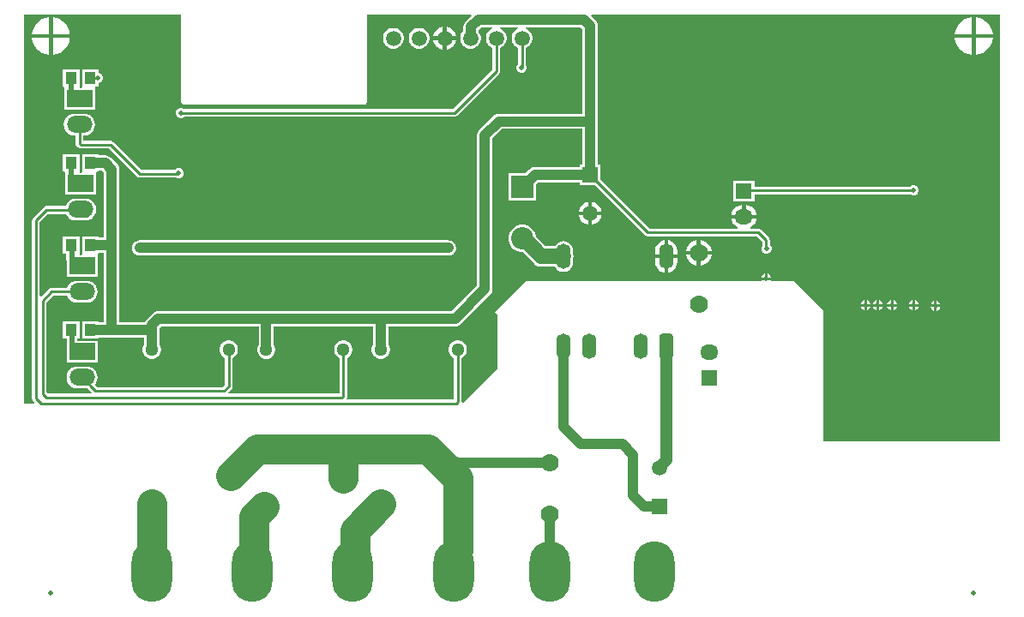
<source format=gbl>
G04*
G04 #@! TF.GenerationSoftware,Altium Limited,Altium Designer,21.2.1 (34)*
G04*
G04 Layer_Physical_Order=2*
G04 Layer_Color=16711680*
%FSTAX24Y24*%
%MOIN*%
G70*
G04*
G04 #@! TF.SameCoordinates,9334BE2B-5F1B-4A57-B983-AC11F37A1BB9*
G04*
G04*
G04 #@! TF.FilePolarity,Positive*
G04*
G01*
G75*
%ADD14C,0.0100*%
%ADD19C,0.0197*%
%ADD26R,0.0449X0.0472*%
%ADD73C,0.0394*%
%ADD74C,0.0591*%
%ADD76C,0.0591*%
%ADD77R,0.0591X0.0591*%
%ADD78O,0.1575X0.2362*%
%ADD79C,0.0700*%
%ADD80C,0.0866*%
%ADD81R,0.0866X0.0866*%
%ADD82O,0.1000X0.0650*%
%ADD83R,0.1000X0.0650*%
%ADD84R,0.0622X0.0591*%
%ADD85O,0.0709X0.0591*%
%ADD86O,0.0551X0.0984*%
G04:AMPARAMS|DCode=87|XSize=98.4mil|YSize=55.1mil|CornerRadius=13.8mil|HoleSize=0mil|Usage=FLASHONLY|Rotation=90.000|XOffset=0mil|YOffset=0mil|HoleType=Round|Shape=RoundedRectangle|*
%AMROUNDEDRECTD87*
21,1,0.0984,0.0276,0,0,90.0*
21,1,0.0709,0.0551,0,0,90.0*
1,1,0.0276,0.0138,0.0354*
1,1,0.0276,0.0138,-0.0354*
1,1,0.0276,-0.0138,-0.0354*
1,1,0.0276,-0.0138,0.0354*
%
%ADD87ROUNDEDRECTD87*%
%ADD88C,0.0598*%
%ADD89O,0.0709X0.0551*%
%ADD90C,0.0512*%
%ADD91C,0.0197*%
%ADD92C,0.0394*%
%ADD93C,0.0472*%
%ADD94C,0.1181*%
G36*
X050577Y04273D02*
X050577Y02712D01*
X04374D01*
X0437Y02716D01*
Y032204D01*
X042564Y03334D01*
X041707D01*
X041679Y033382D01*
X04168Y033385D01*
X041292D01*
X041293Y033382D01*
X041265Y03334D01*
X03214Y03334D01*
X03093Y03213D01*
X03103Y03203D01*
Y02994D01*
X029698Y028608D01*
X029652Y028632D01*
X029653Y028639D01*
Y03036D01*
X029715Y030395D01*
X029781Y030461D01*
X029828Y030543D01*
X029852Y030633D01*
Y030727D01*
X029828Y030817D01*
X029781Y030899D01*
X029715Y030965D01*
X029633Y031012D01*
X029543Y031036D01*
X029449D01*
X029359Y031012D01*
X029278Y030965D01*
X029211Y030899D01*
X029164Y030817D01*
X02914Y030727D01*
Y030633D01*
X029164Y030543D01*
X029211Y030461D01*
X029278Y030395D01*
X029347Y030355D01*
Y028733D01*
X0252D01*
X025173Y028783D01*
X025191Y02881D01*
X025203Y028869D01*
Y03036D01*
X025265Y030395D01*
X025331Y030461D01*
X025378Y030543D01*
X025402Y030633D01*
Y030727D01*
X025378Y030817D01*
X025331Y030899D01*
X025265Y030965D01*
X025183Y031012D01*
X025093Y031036D01*
X024999D01*
X024909Y031012D01*
X024828Y030965D01*
X024761Y030899D01*
X024714Y030817D01*
X02469Y030727D01*
Y030633D01*
X024714Y030543D01*
X024761Y030461D01*
X024828Y030395D01*
X024897Y030355D01*
Y028963D01*
X020595D01*
X020575Y029009D01*
X020704Y029138D01*
X020737Y029188D01*
X020749Y029246D01*
Y030357D01*
X020815Y030395D01*
X020881Y030461D01*
X020928Y030543D01*
X020952Y030633D01*
Y030727D01*
X020928Y030817D01*
X020881Y030899D01*
X020815Y030965D01*
X020733Y031012D01*
X020643Y031036D01*
X020549D01*
X020459Y031012D01*
X020378Y030965D01*
X020311Y030899D01*
X020264Y030817D01*
X02024Y030727D01*
Y030633D01*
X020264Y030543D01*
X020311Y030461D01*
X020378Y030395D01*
X020443Y030357D01*
Y029309D01*
X020357Y029223D01*
X015482D01*
X015388Y029317D01*
X015438Y029382D01*
X015481Y029486D01*
X015495Y029597D01*
X015481Y029708D01*
X015438Y029811D01*
X01537Y0299D01*
X015281Y029968D01*
X015178Y030011D01*
X015067Y030025D01*
X014717D01*
X014606Y030011D01*
X014502Y029968D01*
X014413Y0299D01*
X014345Y029811D01*
X014303Y029708D01*
X014288Y029597D01*
X014303Y029486D01*
X014345Y029382D01*
X014413Y029294D01*
X014502Y029225D01*
X014606Y029183D01*
X014717Y029168D01*
X015067D01*
X015102Y029173D01*
X015107Y029165D01*
X015263Y029009D01*
X015244Y028963D01*
X013572D01*
X013513Y029022D01*
Y032527D01*
X013763Y032777D01*
X014318D01*
X014344Y032716D01*
X014412Y032627D01*
X014501Y032559D01*
X014604Y032516D01*
X014715Y032501D01*
X015065D01*
X015176Y032516D01*
X015279Y032559D01*
X015368Y032627D01*
X015436Y032716D01*
X015479Y032819D01*
X015494Y03293D01*
X015479Y033041D01*
X015436Y033144D01*
X015368Y033233D01*
X015279Y033301D01*
X015176Y033344D01*
X015065Y033359D01*
X014715D01*
X014604Y033344D01*
X014501Y033301D01*
X014412Y033233D01*
X014344Y033144D01*
X014318Y033083D01*
X0137D01*
X013641Y033071D01*
X013592Y033038D01*
X013299Y032745D01*
X013253Y032765D01*
Y035637D01*
X013573Y035957D01*
X014277D01*
X014294Y035916D01*
X014362Y035827D01*
X014451Y035759D01*
X014554Y035716D01*
X014665Y035701D01*
X015015D01*
X015126Y035716D01*
X015164Y035732D01*
X015179Y035735D01*
X015191Y035743D01*
X015229Y035759D01*
X015318Y035827D01*
X015386Y035916D01*
X015429Y036019D01*
X015444Y03613D01*
X015429Y036241D01*
X015386Y036344D01*
X015318Y036433D01*
X015229Y036501D01*
X015126Y036544D01*
X015015Y036559D01*
X014665D01*
X014554Y036544D01*
X014451Y036501D01*
X014362Y036433D01*
X014294Y036344D01*
X01426Y036263D01*
X01351D01*
X013451Y036251D01*
X013402Y036218D01*
X012992Y035808D01*
X012959Y035759D01*
X012947Y0357D01*
Y028779D01*
X012959Y02872D01*
X012992Y02867D01*
X013036Y028626D01*
X013017Y02858D01*
X012653D01*
X012653Y043707D01*
X018737D01*
Y04036D01*
X018749Y040301D01*
X018782Y040252D01*
X018831Y040219D01*
X01889Y040207D01*
X02583D01*
X025889Y040219D01*
X025938Y040252D01*
X025971Y040301D01*
X025983Y04036D01*
Y043707D01*
X030008D01*
X030027Y043661D01*
X029809Y043442D01*
X029761Y04338D01*
X029731Y043308D01*
X029721Y04323D01*
Y043086D01*
X029671Y043035D01*
X029618Y042944D01*
X029591Y042843D01*
Y042737D01*
X029618Y042636D01*
X029671Y042545D01*
X029745Y042471D01*
X029836Y042418D01*
X029937Y042391D01*
X030043D01*
X030144Y042418D01*
X030235Y042471D01*
X030309Y042545D01*
X030362Y042636D01*
X030389Y042737D01*
Y042843D01*
X030362Y042944D01*
X03032Y043017D01*
Y043106D01*
X030427Y043214D01*
X030836D01*
X030842Y043164D01*
X030836Y043162D01*
X030745Y043109D01*
X030671Y043035D01*
X030618Y042944D01*
X030591Y042843D01*
Y042737D01*
X030618Y042636D01*
X030671Y042545D01*
X030745Y042471D01*
X030836Y042418D01*
X030837Y042418D01*
Y041583D01*
X029297Y040043D01*
X018868D01*
X018852Y040058D01*
X018779Y040088D01*
X018701D01*
X018628Y040058D01*
X018572Y040002D01*
X018542Y039929D01*
Y039851D01*
X018572Y039778D01*
X018628Y039722D01*
X018701Y039692D01*
X018779D01*
X018852Y039722D01*
X018868Y039737D01*
X02936D01*
X029419Y039749D01*
X029468Y039782D01*
X031098Y041412D01*
X031131Y041461D01*
X031143Y04152D01*
Y042418D01*
X031144Y042418D01*
X031235Y042471D01*
X031309Y042545D01*
X031362Y042636D01*
X031389Y042737D01*
Y042843D01*
X031362Y042944D01*
X031309Y043035D01*
X031235Y043109D01*
X031144Y043162D01*
X031138Y043164D01*
X031144Y043214D01*
X031836D01*
X031842Y043164D01*
X031836Y043162D01*
X031745Y043109D01*
X031671Y043035D01*
X031618Y042944D01*
X031591Y042843D01*
Y042737D01*
X031618Y042636D01*
X031671Y042545D01*
X031745Y042471D01*
X031835Y042419D01*
Y041775D01*
X031817Y041757D01*
X031787Y041684D01*
Y041606D01*
X031817Y041533D01*
X031873Y041477D01*
X031946Y041447D01*
X032024D01*
X032097Y041477D01*
X032153Y041533D01*
X032183Y041606D01*
Y041684D01*
X032153Y041757D01*
X03214Y04177D01*
Y042417D01*
X032144Y042418D01*
X032235Y042471D01*
X032309Y042545D01*
X032362Y042636D01*
X032389Y042737D01*
Y042843D01*
X032362Y042944D01*
X032309Y043035D01*
X032235Y043109D01*
X032144Y043162D01*
X032138Y043164D01*
X032144Y043214D01*
X034285D01*
X034341Y043158D01*
Y039859D01*
X03109D01*
X031013Y039849D01*
X03094Y039819D01*
X030878Y039772D01*
X030338Y039232D01*
X030291Y03917D01*
X030261Y039097D01*
X030251Y03902D01*
Y033164D01*
X029266Y032179D01*
X01785D01*
X017773Y032169D01*
X01773Y032152D01*
X0177Y032139D01*
X017638Y032092D01*
X017392Y031846D01*
X017345Y031784D01*
X017322Y031729D01*
X016344D01*
Y03473D01*
Y037685D01*
X016334Y037763D01*
X016304Y037835D01*
X016256Y037897D01*
X016012Y038142D01*
X01595Y038189D01*
X015877Y038219D01*
X0158Y038229D01*
X01554D01*
Y038266D01*
X014892D01*
Y037605D01*
X014892Y037594D01*
X014864Y037555D01*
X014816D01*
X014788Y037594D01*
Y038266D01*
X01414D01*
Y037594D01*
X014213D01*
X01424Y037555D01*
Y036705D01*
X01544D01*
Y037544D01*
X01544Y037555D01*
X015467Y037594D01*
X01554D01*
Y037631D01*
X015676D01*
X015745Y037561D01*
Y035029D01*
X01554D01*
Y035066D01*
X014892D01*
Y034405D01*
X014892Y034394D01*
X014864Y034355D01*
X014816D01*
X014788Y034394D01*
Y035066D01*
X01414D01*
Y034394D01*
X014286D01*
Y034157D01*
X01429Y034137D01*
Y033505D01*
X01549D01*
Y034344D01*
X01549Y034355D01*
X015517Y034394D01*
X01554D01*
Y034431D01*
X015745D01*
Y031729D01*
X01554D01*
Y031766D01*
X014892D01*
Y031094D01*
X01554D01*
Y031131D01*
X017305D01*
Y030873D01*
X017272Y030817D01*
X017248Y030727D01*
Y030633D01*
X017272Y030543D01*
X017319Y030461D01*
X017385Y030395D01*
X017467Y030348D01*
X017557Y030324D01*
X017651D01*
X017741Y030348D01*
X017822Y030395D01*
X017889Y030461D01*
X017936Y030543D01*
X01796Y030633D01*
Y030727D01*
X017936Y030817D01*
X017903Y030873D01*
Y03151D01*
X017974Y031581D01*
X021755D01*
Y030873D01*
X021722Y030817D01*
X021698Y030727D01*
Y030633D01*
X021722Y030543D01*
X021769Y030461D01*
X021835Y030395D01*
X021917Y030348D01*
X022007Y030324D01*
X022101D01*
X022191Y030348D01*
X022272Y030395D01*
X022339Y030461D01*
X022386Y030543D01*
X02241Y030633D01*
Y030727D01*
X022386Y030817D01*
X022353Y030873D01*
Y031581D01*
X026205D01*
Y030873D01*
X026172Y030817D01*
X026148Y030727D01*
Y030633D01*
X026172Y030543D01*
X026219Y030461D01*
X026285Y030395D01*
X026367Y030348D01*
X026457Y030324D01*
X026551D01*
X026641Y030348D01*
X026722Y030395D01*
X026789Y030461D01*
X026836Y030543D01*
X02686Y030633D01*
Y030727D01*
X026836Y030817D01*
X026803Y030873D01*
Y031581D01*
X02939D01*
X029467Y031591D01*
X02954Y031621D01*
X029602Y031668D01*
X030762Y032828D01*
X030809Y03289D01*
X030822Y03292D01*
X030839Y032963D01*
X030849Y03304D01*
Y038896D01*
X031214Y039261D01*
X034341D01*
Y037875D01*
X034245D01*
Y037779D01*
X03249D01*
X032413Y037769D01*
X03234Y037739D01*
X032278Y037692D01*
X03212Y037533D01*
X031477D01*
Y036467D01*
X032543D01*
Y03711D01*
X032614Y037181D01*
X034245D01*
Y037085D01*
X034819D01*
X036772Y035132D01*
X036821Y035099D01*
X03688Y035087D01*
X041107D01*
X041327Y034867D01*
Y034718D01*
X041322Y034712D01*
X041292Y034639D01*
Y034561D01*
X041322Y034488D01*
X041378Y034432D01*
X041451Y034402D01*
X041529D01*
X041602Y034432D01*
X041658Y034488D01*
X041688Y034561D01*
Y034639D01*
X041658Y034712D01*
X041633Y034738D01*
Y03493D01*
X041621Y034989D01*
X041588Y035038D01*
X041278Y035348D01*
X041229Y035381D01*
X04117Y035393D01*
X04087D01*
X04086Y035443D01*
X040904Y035461D01*
X040997Y035532D01*
X041068Y035625D01*
X041113Y035734D01*
X041118Y035775D01*
X04062D01*
X040122D01*
X040127Y035734D01*
X040172Y035625D01*
X040243Y035532D01*
X040336Y035461D01*
X04038Y035443D01*
X04037Y035393D01*
X036943D01*
X035035Y037301D01*
Y037875D01*
X034939D01*
Y03956D01*
Y043283D01*
X034929Y04336D01*
X034912Y043402D01*
X034899Y043432D01*
X034852Y043494D01*
X034685Y043661D01*
X034704Y043707D01*
X050577D01*
Y04273D01*
D02*
G37*
%LPC*%
G36*
X049624Y043616D02*
Y042951D01*
X050289D01*
X050261Y043092D01*
X050205Y043227D01*
X050124Y043348D01*
X050021Y043451D01*
X0499Y043532D01*
X049765Y043588D01*
X049624Y043616D01*
D02*
G37*
G36*
X049474D02*
X049333Y043588D01*
X049198Y043532D01*
X049077Y043451D01*
X048974Y043348D01*
X048893Y043227D01*
X048837Y043092D01*
X048809Y042951D01*
X049474D01*
Y043616D01*
D02*
G37*
G36*
X013756D02*
Y042951D01*
X014421D01*
X014393Y043092D01*
X014337Y043227D01*
X014256Y043348D01*
X014153Y043451D01*
X014032Y043532D01*
X013897Y043588D01*
X013756Y043616D01*
D02*
G37*
G36*
X013606D02*
X013465Y043588D01*
X01333Y043532D01*
X013209Y043451D01*
X013106Y043348D01*
X013025Y043227D01*
X012969Y043092D01*
X012941Y042951D01*
X013606D01*
Y043616D01*
D02*
G37*
G36*
X029065Y043235D02*
Y042865D01*
X029435D01*
X029409Y042963D01*
X029349Y043066D01*
X029266Y043149D01*
X029163Y043209D01*
X029065Y043235D01*
D02*
G37*
G36*
X028915D02*
X028817Y043209D01*
X028714Y043149D01*
X028631Y043066D01*
X028571Y042963D01*
X028545Y042865D01*
X028915D01*
Y043235D01*
D02*
G37*
G36*
X028043Y043189D02*
X027937D01*
X027836Y043162D01*
X027745Y043109D01*
X027671Y043035D01*
X027618Y042944D01*
X027591Y042843D01*
Y042737D01*
X027618Y042636D01*
X027671Y042545D01*
X027745Y042471D01*
X027836Y042418D01*
X027937Y042391D01*
X028043D01*
X028144Y042418D01*
X028235Y042471D01*
X028309Y042545D01*
X028362Y042636D01*
X028389Y042737D01*
Y042843D01*
X028362Y042944D01*
X028309Y043035D01*
X028235Y043109D01*
X028144Y043162D01*
X028043Y043189D01*
D02*
G37*
G36*
X027043D02*
X026937D01*
X026836Y043162D01*
X026745Y043109D01*
X026671Y043035D01*
X026618Y042944D01*
X026591Y042843D01*
Y042737D01*
X026618Y042636D01*
X026671Y042545D01*
X026745Y042471D01*
X026836Y042418D01*
X026937Y042391D01*
X027043D01*
X027144Y042418D01*
X027235Y042471D01*
X027309Y042545D01*
X027362Y042636D01*
X027389Y042737D01*
Y042843D01*
X027362Y042944D01*
X027309Y043035D01*
X027235Y043109D01*
X027144Y043162D01*
X027043Y043189D01*
D02*
G37*
G36*
X029435Y042715D02*
X029065D01*
Y042345D01*
X029163Y042371D01*
X029266Y042431D01*
X029349Y042514D01*
X029409Y042617D01*
X029435Y042715D01*
D02*
G37*
G36*
X028915D02*
X028545D01*
X028571Y042617D01*
X028631Y042514D01*
X028714Y042431D01*
X028817Y042371D01*
X028915Y042345D01*
Y042715D01*
D02*
G37*
G36*
X050289Y042801D02*
X049624D01*
Y042136D01*
X049765Y042164D01*
X0499Y042219D01*
X050021Y042301D01*
X050124Y042404D01*
X050205Y042525D01*
X050261Y04266D01*
X050289Y042801D01*
D02*
G37*
G36*
X049474D02*
X048809D01*
X048837Y04266D01*
X048893Y042525D01*
X048974Y042404D01*
X049077Y042301D01*
X049198Y042219D01*
X049333Y042164D01*
X049474Y042136D01*
Y042801D01*
D02*
G37*
G36*
X014421D02*
X013756D01*
Y042136D01*
X013897Y042164D01*
X014032Y042219D01*
X014153Y042301D01*
X014256Y042404D01*
X014337Y042525D01*
X014393Y04266D01*
X014421Y042801D01*
D02*
G37*
G36*
X013606D02*
X012941D01*
X012969Y04266D01*
X013025Y042525D01*
X013106Y042404D01*
X013209Y042301D01*
X01333Y042219D01*
X013465Y042164D01*
X013606Y042136D01*
Y042801D01*
D02*
G37*
G36*
X01554Y041566D02*
X014892D01*
Y040905D01*
X014892Y040894D01*
X014864Y040855D01*
X014816D01*
X014788Y040894D01*
Y041566D01*
X01414D01*
Y040894D01*
X014163D01*
X01419Y040855D01*
Y040005D01*
X01539D01*
Y040844D01*
X01539Y040855D01*
X015417Y040894D01*
X01554D01*
Y041052D01*
X015612Y041082D01*
X015668Y041138D01*
X015698Y041211D01*
Y041289D01*
X015668Y041362D01*
X015612Y041418D01*
X01554Y041448D01*
Y041566D01*
D02*
G37*
G36*
X014965Y039859D02*
X014615D01*
X014504Y039844D01*
X014401Y039801D01*
X014312Y039733D01*
X014244Y039644D01*
X014201Y039541D01*
X014186Y03943D01*
X014201Y039319D01*
X014244Y039216D01*
X014312Y039127D01*
X014401Y039059D01*
X014504Y039016D01*
X014615Y039001D01*
X014637D01*
Y038709D01*
X014649Y03865D01*
X014682Y0386D01*
X01474Y038542D01*
X01479Y038509D01*
X014849Y038497D01*
X015947D01*
X017032Y037412D01*
X017081Y037379D01*
X01714Y037367D01*
X018532D01*
X018538Y037362D01*
X018611Y037332D01*
X018689D01*
X018762Y037362D01*
X018818Y037418D01*
X018848Y037491D01*
Y037569D01*
X018818Y037642D01*
X018762Y037698D01*
X018689Y037728D01*
X018611D01*
X018538Y037698D01*
X018512Y037673D01*
X017203D01*
X016118Y038758D01*
X016069Y038791D01*
X01601Y038803D01*
X014943D01*
Y039001D01*
X014965D01*
X015076Y039016D01*
X015179Y039059D01*
X015268Y039127D01*
X015336Y039216D01*
X015379Y039319D01*
X015394Y03943D01*
X015379Y039541D01*
X015336Y039644D01*
X015268Y039733D01*
X015179Y039801D01*
X015076Y039844D01*
X014965Y039859D01*
D02*
G37*
G36*
X041031Y037245D02*
X040209D01*
Y036455D01*
X041031D01*
Y036717D01*
X047082D01*
X047098Y036702D01*
X047171Y036672D01*
X047249D01*
X047322Y036702D01*
X047378Y036758D01*
X047408Y036831D01*
Y036909D01*
X047378Y036982D01*
X047322Y037038D01*
X047249Y037068D01*
X047171D01*
X047098Y037038D01*
X047082Y037023D01*
X041031D01*
Y037245D01*
D02*
G37*
G36*
X034715Y036421D02*
Y036055D01*
X035081D01*
X035055Y036152D01*
X034996Y036253D01*
X034913Y036336D01*
X034812Y036395D01*
X034715Y036421D01*
D02*
G37*
G36*
X034565D02*
X034468Y036395D01*
X034367Y036336D01*
X034284Y036253D01*
X034225Y036152D01*
X034199Y036055D01*
X034565D01*
Y036421D01*
D02*
G37*
G36*
X040695Y036297D02*
Y035925D01*
X041118D01*
X041113Y035966D01*
X041068Y036075D01*
X040997Y036168D01*
X040904Y036239D01*
X040795Y036284D01*
X040695Y036297D01*
D02*
G37*
G36*
X040545D02*
X040445Y036284D01*
X040336Y036239D01*
X040243Y036168D01*
X040172Y036075D01*
X040127Y035966D01*
X040122Y035925D01*
X040545D01*
Y036297D01*
D02*
G37*
G36*
X035081Y035905D02*
X034715D01*
Y035539D01*
X034812Y035565D01*
X034913Y035624D01*
X034996Y035707D01*
X035055Y035808D01*
X035081Y035905D01*
D02*
G37*
G36*
X034565D02*
X034199D01*
X034225Y035808D01*
X034284Y035707D01*
X034367Y035624D01*
X034468Y035565D01*
X034565Y035539D01*
Y035905D01*
D02*
G37*
G36*
X038935Y034938D02*
Y034515D01*
X039358D01*
X039326Y034633D01*
X03926Y034747D01*
X039167Y03484D01*
X039053Y034906D01*
X038935Y034938D01*
D02*
G37*
G36*
X038785D02*
X038667Y034906D01*
X038553Y03484D01*
X03846Y034747D01*
X038394Y034633D01*
X038362Y034515D01*
X038785D01*
Y034938D01*
D02*
G37*
G36*
X037675Y03494D02*
Y034379D01*
X038029D01*
Y03452D01*
X038015Y034632D01*
X037972Y034735D01*
X037904Y034824D01*
X037815Y034892D01*
X037711Y034935D01*
X037675Y03494D01*
D02*
G37*
G36*
X037525D02*
X037489Y034935D01*
X037385Y034892D01*
X037296Y034824D01*
X037228Y034735D01*
X037185Y034632D01*
X037171Y03452D01*
Y034379D01*
X037525D01*
Y03494D01*
D02*
G37*
G36*
X02913Y034929D02*
X017133D01*
X017056Y034919D01*
X016983Y034889D01*
X016921Y034842D01*
X01692Y034841D01*
X016873Y034779D01*
X016843Y034707D01*
X016833Y034629D01*
X016843Y034552D01*
X016873Y034479D01*
X01692Y034417D01*
X016982Y03437D01*
X017055Y03434D01*
X017132Y03433D01*
X017139Y034331D01*
X02913D01*
X029149Y034333D01*
X029169D01*
X029188Y034338D01*
X029207Y034341D01*
X029226Y034348D01*
X029245Y034353D01*
X029262Y034363D01*
X02928Y034371D01*
X029295Y034383D01*
X029312Y034392D01*
X029326Y034406D01*
X029342Y034418D01*
X029354Y034434D01*
X029368Y034448D01*
X029377Y034465D01*
X029389Y03448D01*
X029397Y034498D01*
X029407Y034515D01*
X029412Y034534D01*
X029419Y034553D01*
X029422Y034572D01*
X029427Y034591D01*
Y034611D01*
X029429Y03463D01*
X029427Y034649D01*
Y034669D01*
X029422Y034688D01*
X029419Y034707D01*
X029412Y034726D01*
X029407Y034745D01*
X029397Y034762D01*
X029389Y03478D01*
X029377Y034795D01*
X029368Y034812D01*
X029354Y034826D01*
X029342Y034842D01*
X029326Y034854D01*
X029312Y034868D01*
X029295Y034877D01*
X02928Y034889D01*
X029262Y034897D01*
X029245Y034907D01*
X029226Y034912D01*
X029207Y034919D01*
X029188Y034922D01*
X029169Y034927D01*
X029149D01*
X02913Y034929D01*
D02*
G37*
G36*
X039358Y034365D02*
X038935D01*
Y033942D01*
X039053Y033974D01*
X039167Y03404D01*
X03926Y034133D01*
X039326Y034247D01*
X039358Y034365D01*
D02*
G37*
G36*
X038785D02*
X038362D01*
X038394Y034247D01*
X03846Y034133D01*
X038553Y03404D01*
X038667Y033974D01*
X038785Y033942D01*
Y034365D01*
D02*
G37*
G36*
X03208Y035533D02*
X03194D01*
X031804Y035497D01*
X031683Y035427D01*
X031583Y035327D01*
X031513Y035206D01*
X031477Y03507D01*
Y03493D01*
X031513Y034794D01*
X031583Y034673D01*
X031683Y034573D01*
X031804Y034503D01*
X03194Y034467D01*
X032025D01*
X03247Y034022D01*
X03247Y034022D01*
X032552Y033959D01*
X032648Y033919D01*
X032752Y033905D01*
X032752Y033905D01*
X033269D01*
X033272Y033898D01*
X033332Y03382D01*
X033411Y033759D01*
X033502Y033721D01*
X0336Y033709D01*
X033698Y033721D01*
X033789Y033759D01*
X033868Y03382D01*
X033928Y033898D01*
X033966Y033989D01*
X033979Y034087D01*
Y034186D01*
X033985Y034201D01*
X033999Y034304D01*
X033985Y034407D01*
X033979Y034422D01*
Y03452D01*
X033966Y034619D01*
X033928Y03471D01*
X033868Y034788D01*
X033789Y034849D01*
X033698Y034886D01*
X0336Y034899D01*
X033502Y034886D01*
X033411Y034849D01*
X033332Y034788D01*
X033272Y03471D01*
X033269Y034703D01*
X032917D01*
X032541Y035079D01*
X032507Y035206D01*
X032437Y035327D01*
X032337Y035427D01*
X032216Y035497D01*
X03208Y035533D01*
D02*
G37*
G36*
X037525Y034229D02*
X037171D01*
Y034087D01*
X037185Y033976D01*
X037228Y033873D01*
X037296Y033784D01*
X037385Y033716D01*
X037489Y033673D01*
X037525Y033668D01*
Y034229D01*
D02*
G37*
G36*
X038029D02*
X037675D01*
Y033668D01*
X037711Y033673D01*
X037815Y033716D01*
X037904Y033784D01*
X037972Y033873D01*
X038015Y033976D01*
X038029Y034087D01*
Y034229D01*
D02*
G37*
G36*
X041536Y033629D02*
Y033485D01*
X04168D01*
X041654Y033547D01*
X041598Y033603D01*
X041536Y033629D01*
D02*
G37*
G36*
X041436D02*
X041374Y033603D01*
X041318Y033547D01*
X041292Y033485D01*
X041436D01*
Y033629D01*
D02*
G37*
G36*
X04727Y032604D02*
Y03246D01*
X047414D01*
X047388Y032522D01*
X047332Y032578D01*
X04727Y032604D01*
D02*
G37*
G36*
X04717D02*
X047108Y032578D01*
X047052Y032522D01*
X047026Y03246D01*
X04717D01*
Y032604D01*
D02*
G37*
G36*
X0454D02*
Y03246D01*
X045544D01*
X045518Y032522D01*
X045462Y032578D01*
X0454Y032604D01*
D02*
G37*
G36*
X0453D02*
X045238Y032578D01*
X045182Y032522D01*
X045156Y03246D01*
X0453D01*
Y032604D01*
D02*
G37*
G36*
X04643Y032594D02*
Y03245D01*
X046574D01*
X046548Y032512D01*
X046492Y032568D01*
X04643Y032594D01*
D02*
G37*
G36*
X04633D02*
X046268Y032568D01*
X046212Y032512D01*
X046186Y03245D01*
X04633D01*
Y032594D01*
D02*
G37*
G36*
X04587D02*
Y03245D01*
X046014D01*
X045988Y032512D01*
X045932Y032568D01*
X04587Y032594D01*
D02*
G37*
G36*
X04577D02*
X045708Y032568D01*
X045652Y032512D01*
X045626Y03245D01*
X04577D01*
Y032594D01*
D02*
G37*
G36*
X04811Y032574D02*
Y03243D01*
X048254D01*
X048228Y032492D01*
X048172Y032548D01*
X04811Y032574D01*
D02*
G37*
G36*
X04801D02*
X047948Y032548D01*
X047892Y032492D01*
X047866Y03243D01*
X04801D01*
Y032574D01*
D02*
G37*
G36*
X047414Y03236D02*
X04727D01*
Y032216D01*
X047332Y032242D01*
X047388Y032298D01*
X047414Y03236D01*
D02*
G37*
G36*
X04717D02*
X047026D01*
X047052Y032298D01*
X047108Y032242D01*
X04717Y032216D01*
Y03236D01*
D02*
G37*
G36*
X045544D02*
X0454D01*
Y032216D01*
X045462Y032242D01*
X045518Y032298D01*
X045544Y03236D01*
D02*
G37*
G36*
X0453D02*
X045156D01*
X045182Y032298D01*
X045238Y032242D01*
X0453Y032216D01*
Y03236D01*
D02*
G37*
G36*
X046574Y03235D02*
X04643D01*
Y032206D01*
X046492Y032232D01*
X046548Y032288D01*
X046574Y03235D01*
D02*
G37*
G36*
X04633D02*
X046186D01*
X046212Y032288D01*
X046268Y032232D01*
X04633Y032206D01*
Y03235D01*
D02*
G37*
G36*
X046014D02*
X04587D01*
Y032206D01*
X045932Y032232D01*
X045988Y032288D01*
X046014Y03235D01*
D02*
G37*
G36*
X04577D02*
X045626D01*
X045652Y032288D01*
X045708Y032232D01*
X04577Y032206D01*
Y03235D01*
D02*
G37*
G36*
X048254Y03233D02*
X04811D01*
Y032186D01*
X048172Y032212D01*
X048228Y032268D01*
X048254Y03233D01*
D02*
G37*
G36*
X04801D02*
X047866D01*
X047892Y032268D01*
X047948Y032212D01*
X04801Y032186D01*
Y03233D01*
D02*
G37*
G36*
X014788Y031766D02*
X01414D01*
Y031094D01*
X014288D01*
Y030823D01*
X014292Y030804D01*
Y030172D01*
X015492D01*
Y031022D01*
X014692D01*
Y031094D01*
X014788D01*
Y031766D01*
D02*
G37*
%LPD*%
D14*
X031988Y041648D02*
Y042787D01*
X031985Y041645D02*
X031988Y041648D01*
Y042787D02*
X03199Y04279D01*
X01874Y03989D02*
X02936D01*
X03099Y04152D02*
Y04279D01*
X02936Y03989D02*
X03099Y04152D01*
X014849Y03865D02*
X01601D01*
X01479Y038709D02*
Y03943D01*
Y038709D02*
X014849Y03865D01*
X01601D02*
X01714Y03752D01*
X01865D01*
X04064Y03687D02*
X04721D01*
X04062Y03685D02*
X04064Y03687D01*
X0131Y028779D02*
Y0357D01*
Y028779D02*
X013299Y02858D01*
X01336Y028959D02*
Y03259D01*
Y028959D02*
X013509Y02881D01*
X04117Y03524D02*
X04148Y03493D01*
Y03461D02*
Y03493D01*
Y03461D02*
X04149Y0346D01*
X03688Y03524D02*
X04117D01*
X03464Y03748D02*
X03688Y03524D01*
X015226Y04124D02*
X0155D01*
X02505Y028869D02*
Y030676D01*
X013509Y02881D02*
X024991D01*
X02505Y028869D01*
X029441Y02858D02*
X0295Y028639D01*
X01484Y03613D02*
X014866D01*
X013299Y02858D02*
X029441D01*
X014866Y03613D02*
X01512Y035876D01*
X015215Y029273D02*
Y029299D01*
X014918Y029597D02*
X015215Y029299D01*
X014892Y029597D02*
X014918D01*
X015215Y029273D02*
X015418Y02907D01*
X02042D01*
X020596Y029246D01*
X015216Y04123D02*
X015226Y04124D01*
X020596Y029246D02*
Y03068D01*
X0295Y028639D02*
Y030676D01*
X01482Y03611D02*
X01484Y03613D01*
X01351Y03611D02*
X01482D01*
X0131Y0357D02*
X01351Y03611D01*
X01336Y03259D02*
X0137Y03293D01*
X014916D01*
X029496Y03068D02*
X0295Y030676D01*
X025046Y03068D02*
X02505Y030676D01*
D19*
X014691Y03713D02*
X01484D01*
X014464Y037357D02*
X014691Y03713D01*
X014464Y037357D02*
Y03793D01*
X014717Y030597D02*
X014892D01*
X014464Y03143D02*
X01449Y031404D01*
Y030823D02*
Y031404D01*
Y030823D02*
X014717Y030597D01*
X014488Y034157D02*
X014715Y03393D01*
X01489D01*
X014464Y03473D02*
X014488Y034706D01*
Y034157D02*
Y034706D01*
X014464Y040657D02*
X014691Y04043D01*
X014464Y040657D02*
Y04123D01*
X014691Y04043D02*
X01479D01*
D26*
X014464Y03143D02*
D03*
X015216D02*
D03*
X014464Y03473D02*
D03*
X015216D02*
D03*
X014464Y03793D02*
D03*
X015216D02*
D03*
X014464Y04123D02*
D03*
X015216D02*
D03*
D73*
X017132Y034629D02*
X017133Y03463D01*
X02913D01*
X026504Y03188D02*
X02939D01*
X03055Y03304D02*
Y03902D01*
X02939Y03188D02*
X03055Y03304D01*
X026333Y03188D02*
X026504D01*
X03109Y03956D02*
X03454D01*
X03055Y03902D02*
X03109Y03956D01*
X028938Y02627D02*
X03307D01*
X028921Y026253D02*
X028938Y02627D01*
X02055Y025724D02*
X020594Y02568D01*
X02539Y02206D02*
X02542Y02203D01*
X026425Y02468D02*
X026504D01*
X0215Y02204D02*
X02151Y02203D01*
X022018Y02468D02*
X022054D01*
X017602Y024678D02*
X017604Y02468D01*
X03464Y03956D02*
Y043283D01*
Y03748D02*
Y03956D01*
X0336Y02767D02*
X034263Y027007D01*
X035893D01*
X03631Y02659D01*
X0336Y02767D02*
Y0308D01*
X03249Y03748D02*
X03464D01*
X03201Y037D02*
X03249Y03748D01*
X015216Y03473D02*
X016045D01*
X015216Y03793D02*
X0158D01*
X016045Y03473D02*
Y037685D01*
Y03143D02*
Y03473D01*
X0158Y03793D02*
X016045Y037685D01*
X02999Y04279D02*
X03002Y04282D01*
Y04323D02*
X030303Y043513D01*
X034409D01*
X03002Y04282D02*
Y04323D01*
X034409Y043513D02*
X03464Y043283D01*
X015216Y03143D02*
X016045D01*
X03674Y02457D02*
X03734D01*
X03631Y025D02*
X03674Y02457D01*
X03631Y025D02*
Y02659D01*
X03307Y02203D02*
Y02427D01*
X017604Y03143D02*
Y031634D01*
X016045Y03143D02*
X017604D01*
Y03068D02*
Y03143D01*
Y031634D02*
X01785Y03188D01*
X026343Y03187D02*
X026504D01*
X022062Y03188D02*
X026333D01*
X026343Y03187D01*
X026504Y03068D02*
Y031709D01*
X01785Y03188D02*
X022062D01*
X022054Y03068D02*
Y031872D01*
X022062Y03188D01*
D74*
X033542Y034362D02*
X0336Y034304D01*
X03201Y035D02*
X032056D01*
X032752Y034304D02*
X0336D01*
X032056Y035D02*
X032752Y034304D01*
D76*
X03464Y03598D02*
D03*
X03734Y02607D02*
D03*
D77*
X03464Y03748D02*
D03*
X03734Y02457D02*
D03*
D78*
X0176Y02203D02*
D03*
X02151D02*
D03*
X02542D02*
D03*
X02933D02*
D03*
X03307D02*
D03*
X03715D02*
D03*
D79*
X03307Y02627D02*
D03*
Y02427D02*
D03*
X03886Y03244D02*
D03*
Y03444D02*
D03*
D80*
X03201Y035D02*
D03*
D81*
Y037D02*
D03*
D82*
X01484Y03613D02*
D03*
X01479Y03943D02*
D03*
X01489Y03293D02*
D03*
X014892Y029597D02*
D03*
D83*
X01484Y03713D02*
D03*
X01479Y04043D02*
D03*
X01489Y03393D02*
D03*
X014892Y030597D02*
D03*
D84*
X04062Y03685D02*
D03*
X03928Y02957D02*
D03*
D85*
X04062Y03585D02*
D03*
X03928Y03057D02*
D03*
D86*
X0336Y034304D02*
D03*
X0376D02*
D03*
X0336Y0308D02*
D03*
X0346D02*
D03*
X0366D02*
D03*
D87*
X0376D02*
D03*
D88*
X02699Y04279D02*
D03*
X02799D02*
D03*
X02899D02*
D03*
X02999D02*
D03*
X03199D02*
D03*
X03099D02*
D03*
D89*
X029494Y02568D02*
D03*
X026504Y02468D02*
D03*
X020594Y02568D02*
D03*
X017604Y02468D02*
D03*
X022054D02*
D03*
X025044Y02568D02*
D03*
D90*
X026504Y03068D02*
D03*
X029496D02*
D03*
X017604Y03068D02*
D03*
X020596D02*
D03*
X025046D02*
D03*
X022054D02*
D03*
D91*
X049549Y021204D02*
D03*
X049549Y042876D02*
D03*
X013681Y021214D02*
D03*
Y042876D02*
D03*
X04806Y03238D02*
D03*
X04722Y03241D02*
D03*
X04638Y0324D02*
D03*
X04582D02*
D03*
X04535Y03241D02*
D03*
X041486Y033435D02*
D03*
X017132Y034629D02*
D03*
X031985Y041645D02*
D03*
X034263Y027007D02*
D03*
X04721Y03687D02*
D03*
X04149Y0346D02*
D03*
X0155Y04125D02*
D03*
X01865Y03753D02*
D03*
X01874Y03989D02*
D03*
D92*
X02913Y03463D02*
D03*
D93*
X03734Y02607D02*
Y026102D01*
X0376Y026362D02*
Y0308D01*
X03734Y026102D02*
X0376Y026362D01*
D94*
X0176Y02203D02*
X017604Y022034D01*
Y02468D01*
X028921Y026253D02*
X029494Y02568D01*
X028348Y026826D02*
X028921Y026253D01*
X025029Y026826D02*
X028348D01*
X02171D02*
X025029D01*
X025044Y02568D02*
Y026811D01*
X025029Y026826D02*
X025044Y026811D01*
X020657Y025773D02*
X02171Y026826D01*
X021585Y022105D02*
Y02419D01*
X02151Y02203D02*
X021585Y022105D01*
Y02419D02*
X021973Y024577D01*
X025495Y02364D02*
X02652Y024664D01*
X025495Y022105D02*
Y02364D01*
X02542Y02203D02*
X025495Y022105D01*
X029405Y022777D02*
X029494Y022866D01*
Y02568D01*
X02933Y02203D02*
X029405Y022105D01*
Y022777D01*
M02*

</source>
